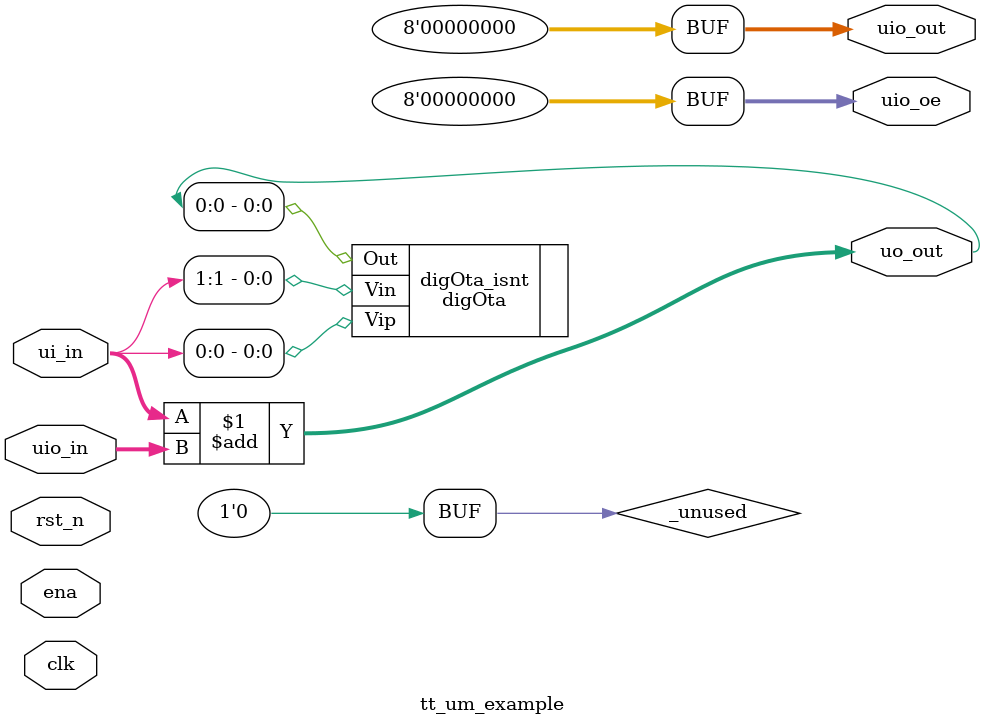
<source format=v>
/*
 * Copyright (c) 2024 Your Name
 * SPDX-License-Identifier: Apache-2.0
 */

`default_nettype none

module tt_um_example (
    input  wire [7:0] ui_in,    // Dedicated inputs
    output wire [7:0] uo_out,   // Dedicated outputs
    input  wire [7:0] uio_in,   // IOs: Input path
    output wire [7:0] uio_out,  // IOs: Output path
    output wire [7:0] uio_oe,   // IOs: Enable path (active high: 0=input, 1=output)
    input  wire       ena,      // always 1 when the design is powered, so you can ignore it
    input  wire       clk,      // clock
    input  wire       rst_n     // reset_n - low to reset
);

  // All output pins must be assigned. If not used, assign to 0.
  assign uo_out  = ui_in + uio_in;  // Example: ou_out is the sum of ui_in and uio_in
  assign uio_out = 0;
  assign uio_oe  = 0;

  // List all unused inputs to prevent warnings
  wire _unused = &{ena, clk, rst_n, 1'b0};

  digOta digOta_isnt(
      .Vip(ui_in[0]),
      .Vin(ui_in[1]),
      .Out(uo_out[0])
  );

endmodule

</source>
